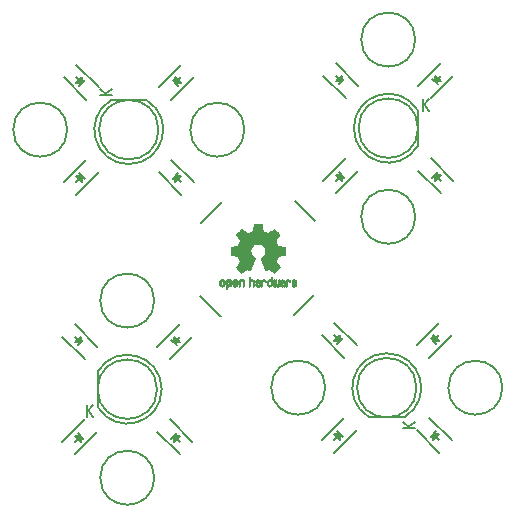
<source format=gto>
G04 #@! TF.FileFunction,Legend,Top*
%FSLAX46Y46*%
G04 Gerber Fmt 4.6, Leading zero omitted, Abs format (unit mm)*
G04 Created by KiCad (PCBNEW 4.0.3-stable) date Sun Sep  4 14:24:28 2016*
%MOMM*%
%LPD*%
G01*
G04 APERTURE LIST*
%ADD10C,0.100000*%
%ADD11C,0.200000*%
%ADD12C,0.150000*%
%ADD13C,0.010000*%
G04 APERTURE END LIST*
D10*
D11*
X48577500Y-54102000D02*
X48641000Y-54102000D01*
X46863000Y-52387500D02*
X48577500Y-54102000D01*
X54800500Y-53975000D02*
X56515000Y-52260500D01*
X54927500Y-44323000D02*
X56642000Y-46037500D01*
X46990000Y-46164500D02*
X48704500Y-44450000D01*
D12*
X65087500Y-30663500D02*
G75*
G03X65087500Y-30663500I-2286000J0D01*
G01*
X65087500Y-45663500D02*
G75*
G03X65087500Y-45663500I-2286000J0D01*
G01*
X60263201Y-34564541D02*
X58354013Y-32655352D01*
X59202541Y-35625201D02*
X57293352Y-33716013D01*
X58778277Y-33928145D02*
X58601500Y-34104921D01*
X58601500Y-34104921D02*
X58813632Y-34104921D01*
X58601500Y-34458475D02*
X59096475Y-33963500D01*
X58601500Y-33963500D02*
X58354013Y-33716013D01*
X58848987Y-34210987D02*
X58354013Y-34210987D01*
X58354013Y-34210987D02*
X58848987Y-33716013D01*
X58848987Y-33716013D02*
X58848987Y-34210987D01*
X59202541Y-40701799D02*
X57293352Y-42610987D01*
X60263201Y-41762459D02*
X58354013Y-43671648D01*
X58566145Y-42186723D02*
X58742921Y-42363500D01*
X58742921Y-42363500D02*
X58742921Y-42151368D01*
X59096475Y-42363500D02*
X58601500Y-41868525D01*
X58601500Y-42363500D02*
X58354013Y-42610987D01*
X58848987Y-42116013D02*
X58848987Y-42610987D01*
X58848987Y-42610987D02*
X58354013Y-42116013D01*
X58354013Y-42116013D02*
X58848987Y-42116013D01*
X65339799Y-41762459D02*
X67248987Y-43671648D01*
X66400459Y-40701799D02*
X68309648Y-42610987D01*
X66824723Y-42398855D02*
X67001500Y-42222079D01*
X67001500Y-42222079D02*
X66789368Y-42222079D01*
X67001500Y-41868525D02*
X66506525Y-42363500D01*
X67001500Y-42363500D02*
X67248987Y-42610987D01*
X66754013Y-42116013D02*
X67248987Y-42116013D01*
X67248987Y-42116013D02*
X66754013Y-42610987D01*
X66754013Y-42610987D02*
X66754013Y-42116013D01*
X66400459Y-35625201D02*
X68309648Y-33716013D01*
X65339799Y-34564541D02*
X67248987Y-32655352D01*
X67036855Y-34140277D02*
X66860079Y-33963500D01*
X66860079Y-33963500D02*
X66860079Y-34175632D01*
X66506525Y-33963500D02*
X67001500Y-34458475D01*
X67001500Y-33963500D02*
X67248987Y-33716013D01*
X66754013Y-34210987D02*
X66754013Y-33716013D01*
X66754013Y-33716013D02*
X67248987Y-34210987D01*
X67248987Y-34210987D02*
X66754013Y-34210987D01*
X65286388Y-36638596D02*
G75*
G03X65301500Y-39663500I-2484888J-1524904D01*
G01*
X65301500Y-36663500D02*
X65301500Y-39663500D01*
X65319436Y-38163500D02*
G75*
G03X65319436Y-38163500I-2517936J0D01*
G01*
X39305596Y-35805612D02*
G75*
G03X42330500Y-35790500I1524904J-2484888D01*
G01*
X39330500Y-35790500D02*
X42330500Y-35790500D01*
X43348436Y-38290500D02*
G75*
G03X43348436Y-38290500I-2517936J0D01*
G01*
X38292201Y-34691541D02*
X36383013Y-32782352D01*
X37231541Y-35752201D02*
X35322352Y-33843013D01*
X36807277Y-34055145D02*
X36630500Y-34231921D01*
X36630500Y-34231921D02*
X36842632Y-34231921D01*
X36630500Y-34585475D02*
X37125475Y-34090500D01*
X36630500Y-34090500D02*
X36383013Y-33843013D01*
X36877987Y-34337987D02*
X36383013Y-34337987D01*
X36383013Y-34337987D02*
X36877987Y-33843013D01*
X36877987Y-33843013D02*
X36877987Y-34337987D01*
X44429459Y-35752201D02*
X46338648Y-33843013D01*
X43368799Y-34691541D02*
X45277987Y-32782352D01*
X45065855Y-34267277D02*
X44889079Y-34090500D01*
X44889079Y-34090500D02*
X44889079Y-34302632D01*
X44535525Y-34090500D02*
X45030500Y-34585475D01*
X45030500Y-34090500D02*
X45277987Y-33843013D01*
X44783013Y-34337987D02*
X44783013Y-33843013D01*
X44783013Y-33843013D02*
X45277987Y-34337987D01*
X45277987Y-34337987D02*
X44783013Y-34337987D01*
X43368799Y-41889459D02*
X45277987Y-43798648D01*
X44429459Y-40828799D02*
X46338648Y-42737987D01*
X44853723Y-42525855D02*
X45030500Y-42349079D01*
X45030500Y-42349079D02*
X44818368Y-42349079D01*
X45030500Y-41995525D02*
X44535525Y-42490500D01*
X45030500Y-42490500D02*
X45277987Y-42737987D01*
X44783013Y-42243013D02*
X45277987Y-42243013D01*
X45277987Y-42243013D02*
X44783013Y-42737987D01*
X44783013Y-42737987D02*
X44783013Y-42243013D01*
X37231541Y-40828799D02*
X35322352Y-42737987D01*
X38292201Y-41889459D02*
X36383013Y-43798648D01*
X36595145Y-42313723D02*
X36771921Y-42490500D01*
X36771921Y-42490500D02*
X36771921Y-42278368D01*
X37125475Y-42490500D02*
X36630500Y-41995525D01*
X36630500Y-42490500D02*
X36383013Y-42737987D01*
X36877987Y-42243013D02*
X36877987Y-42737987D01*
X36877987Y-42737987D02*
X36383013Y-42243013D01*
X36383013Y-42243013D02*
X36877987Y-42243013D01*
X50616500Y-38290500D02*
G75*
G03X50616500Y-38290500I-2286000J0D01*
G01*
X35616500Y-38290500D02*
G75*
G03X35616500Y-38290500I-2286000J0D01*
G01*
X72460500Y-60134500D02*
G75*
G03X72460500Y-60134500I-2286000J0D01*
G01*
X57460500Y-60134500D02*
G75*
G03X57460500Y-60134500I-2286000J0D01*
G01*
X66273459Y-57596201D02*
X68182648Y-55687013D01*
X65212799Y-56535541D02*
X67121987Y-54626352D01*
X66909855Y-56111277D02*
X66733079Y-55934500D01*
X66733079Y-55934500D02*
X66733079Y-56146632D01*
X66379525Y-55934500D02*
X66874500Y-56429475D01*
X66874500Y-55934500D02*
X67121987Y-55687013D01*
X66627013Y-56181987D02*
X66627013Y-55687013D01*
X66627013Y-55687013D02*
X67121987Y-56181987D01*
X67121987Y-56181987D02*
X66627013Y-56181987D01*
X60136201Y-56535541D02*
X58227013Y-54626352D01*
X59075541Y-57596201D02*
X57166352Y-55687013D01*
X58651277Y-55899145D02*
X58474500Y-56075921D01*
X58474500Y-56075921D02*
X58686632Y-56075921D01*
X58474500Y-56429475D02*
X58969475Y-55934500D01*
X58474500Y-55934500D02*
X58227013Y-55687013D01*
X58721987Y-56181987D02*
X58227013Y-56181987D01*
X58227013Y-56181987D02*
X58721987Y-55687013D01*
X58721987Y-55687013D02*
X58721987Y-56181987D01*
X59075541Y-62672799D02*
X57166352Y-64581987D01*
X60136201Y-63733459D02*
X58227013Y-65642648D01*
X58439145Y-64157723D02*
X58615921Y-64334500D01*
X58615921Y-64334500D02*
X58615921Y-64122368D01*
X58969475Y-64334500D02*
X58474500Y-63839525D01*
X58474500Y-64334500D02*
X58227013Y-64581987D01*
X58721987Y-64087013D02*
X58721987Y-64581987D01*
X58721987Y-64581987D02*
X58227013Y-64087013D01*
X58227013Y-64087013D02*
X58721987Y-64087013D01*
X65212799Y-63733459D02*
X67121987Y-65642648D01*
X66273459Y-62672799D02*
X68182648Y-64581987D01*
X66697723Y-64369855D02*
X66874500Y-64193079D01*
X66874500Y-64193079D02*
X66662368Y-64193079D01*
X66874500Y-63839525D02*
X66379525Y-64334500D01*
X66874500Y-64334500D02*
X67121987Y-64581987D01*
X66627013Y-64087013D02*
X67121987Y-64087013D01*
X67121987Y-64087013D02*
X66627013Y-64581987D01*
X66627013Y-64581987D02*
X66627013Y-64087013D01*
X64199404Y-62619388D02*
G75*
G03X61174500Y-62634500I-1524904J2484888D01*
G01*
X64174500Y-62634500D02*
X61174500Y-62634500D01*
X65192436Y-60134500D02*
G75*
G03X65192436Y-60134500I-2517936J0D01*
G01*
X38218612Y-61786404D02*
G75*
G03X38203500Y-58761500I2484888J1524904D01*
G01*
X38203500Y-61761500D02*
X38203500Y-58761500D01*
X43221436Y-60261500D02*
G75*
G03X43221436Y-60261500I-2517936J0D01*
G01*
X37104541Y-62799799D02*
X35195352Y-64708987D01*
X38165201Y-63860459D02*
X36256013Y-65769648D01*
X36468145Y-64284723D02*
X36644921Y-64461500D01*
X36644921Y-64461500D02*
X36644921Y-64249368D01*
X36998475Y-64461500D02*
X36503500Y-63966525D01*
X36503500Y-64461500D02*
X36256013Y-64708987D01*
X36750987Y-64214013D02*
X36750987Y-64708987D01*
X36750987Y-64708987D02*
X36256013Y-64214013D01*
X36256013Y-64214013D02*
X36750987Y-64214013D01*
X38165201Y-56662541D02*
X36256013Y-54753352D01*
X37104541Y-57723201D02*
X35195352Y-55814013D01*
X36680277Y-56026145D02*
X36503500Y-56202921D01*
X36503500Y-56202921D02*
X36715632Y-56202921D01*
X36503500Y-56556475D02*
X36998475Y-56061500D01*
X36503500Y-56061500D02*
X36256013Y-55814013D01*
X36750987Y-56308987D02*
X36256013Y-56308987D01*
X36256013Y-56308987D02*
X36750987Y-55814013D01*
X36750987Y-55814013D02*
X36750987Y-56308987D01*
X44302459Y-57723201D02*
X46211648Y-55814013D01*
X43241799Y-56662541D02*
X45150987Y-54753352D01*
X44938855Y-56238277D02*
X44762079Y-56061500D01*
X44762079Y-56061500D02*
X44762079Y-56273632D01*
X44408525Y-56061500D02*
X44903500Y-56556475D01*
X44903500Y-56061500D02*
X45150987Y-55814013D01*
X44656013Y-56308987D02*
X44656013Y-55814013D01*
X44656013Y-55814013D02*
X45150987Y-56308987D01*
X45150987Y-56308987D02*
X44656013Y-56308987D01*
X43241799Y-63860459D02*
X45150987Y-65769648D01*
X44302459Y-62799799D02*
X46211648Y-64708987D01*
X44726723Y-64496855D02*
X44903500Y-64320079D01*
X44903500Y-64320079D02*
X44691368Y-64320079D01*
X44903500Y-63966525D02*
X44408525Y-64461500D01*
X44903500Y-64461500D02*
X45150987Y-64708987D01*
X44656013Y-64214013D02*
X45150987Y-64214013D01*
X45150987Y-64214013D02*
X44656013Y-64708987D01*
X44656013Y-64708987D02*
X44656013Y-64214013D01*
X42989500Y-52761500D02*
G75*
G03X42989500Y-52761500I-2286000J0D01*
G01*
X42989500Y-67761500D02*
G75*
G03X42989500Y-67761500I-2286000J0D01*
G01*
D13*
G36*
X49352244Y-50941918D02*
X49407701Y-50969568D01*
X49456648Y-51020480D01*
X49470129Y-51039338D01*
X49484814Y-51064015D01*
X49494342Y-51090816D01*
X49499793Y-51126587D01*
X49502247Y-51178169D01*
X49502786Y-51246267D01*
X49500352Y-51339588D01*
X49491894Y-51409657D01*
X49475674Y-51461931D01*
X49449954Y-51501869D01*
X49412997Y-51534929D01*
X49410282Y-51536886D01*
X49373860Y-51556908D01*
X49330002Y-51566815D01*
X49274224Y-51569257D01*
X49183548Y-51569257D01*
X49183510Y-51657283D01*
X49182666Y-51706308D01*
X49177524Y-51735065D01*
X49164087Y-51752311D01*
X49138358Y-51766808D01*
X49132179Y-51769769D01*
X49103264Y-51783648D01*
X49080876Y-51792414D01*
X49064229Y-51793171D01*
X49052536Y-51783023D01*
X49045010Y-51759073D01*
X49040866Y-51718426D01*
X49039315Y-51658186D01*
X49039571Y-51575455D01*
X49040849Y-51467339D01*
X49041248Y-51435000D01*
X49042685Y-51323524D01*
X49043972Y-51250603D01*
X49183471Y-51250603D01*
X49184255Y-51312499D01*
X49187740Y-51352997D01*
X49195624Y-51379708D01*
X49209605Y-51400244D01*
X49219097Y-51410260D01*
X49257904Y-51439567D01*
X49292263Y-51441952D01*
X49327716Y-51417750D01*
X49328614Y-51416857D01*
X49343039Y-51398153D01*
X49351813Y-51372732D01*
X49356239Y-51333584D01*
X49357618Y-51273697D01*
X49357643Y-51260430D01*
X49354312Y-51177901D01*
X49343469Y-51120691D01*
X49323840Y-51085766D01*
X49294150Y-51070094D01*
X49276991Y-51068514D01*
X49236266Y-51075926D01*
X49208332Y-51100330D01*
X49191517Y-51144980D01*
X49184150Y-51213130D01*
X49183471Y-51250603D01*
X49043972Y-51250603D01*
X49044208Y-51237245D01*
X49046177Y-51172333D01*
X49048950Y-51124958D01*
X49052888Y-51091290D01*
X49058349Y-51067498D01*
X49065692Y-51049753D01*
X49075277Y-51034224D01*
X49079387Y-51028381D01*
X49133905Y-50973185D01*
X49202836Y-50941890D01*
X49282572Y-50933165D01*
X49352244Y-50941918D01*
X49352244Y-50941918D01*
G37*
X49352244Y-50941918D02*
X49407701Y-50969568D01*
X49456648Y-51020480D01*
X49470129Y-51039338D01*
X49484814Y-51064015D01*
X49494342Y-51090816D01*
X49499793Y-51126587D01*
X49502247Y-51178169D01*
X49502786Y-51246267D01*
X49500352Y-51339588D01*
X49491894Y-51409657D01*
X49475674Y-51461931D01*
X49449954Y-51501869D01*
X49412997Y-51534929D01*
X49410282Y-51536886D01*
X49373860Y-51556908D01*
X49330002Y-51566815D01*
X49274224Y-51569257D01*
X49183548Y-51569257D01*
X49183510Y-51657283D01*
X49182666Y-51706308D01*
X49177524Y-51735065D01*
X49164087Y-51752311D01*
X49138358Y-51766808D01*
X49132179Y-51769769D01*
X49103264Y-51783648D01*
X49080876Y-51792414D01*
X49064229Y-51793171D01*
X49052536Y-51783023D01*
X49045010Y-51759073D01*
X49040866Y-51718426D01*
X49039315Y-51658186D01*
X49039571Y-51575455D01*
X49040849Y-51467339D01*
X49041248Y-51435000D01*
X49042685Y-51323524D01*
X49043972Y-51250603D01*
X49183471Y-51250603D01*
X49184255Y-51312499D01*
X49187740Y-51352997D01*
X49195624Y-51379708D01*
X49209605Y-51400244D01*
X49219097Y-51410260D01*
X49257904Y-51439567D01*
X49292263Y-51441952D01*
X49327716Y-51417750D01*
X49328614Y-51416857D01*
X49343039Y-51398153D01*
X49351813Y-51372732D01*
X49356239Y-51333584D01*
X49357618Y-51273697D01*
X49357643Y-51260430D01*
X49354312Y-51177901D01*
X49343469Y-51120691D01*
X49323840Y-51085766D01*
X49294150Y-51070094D01*
X49276991Y-51068514D01*
X49236266Y-51075926D01*
X49208332Y-51100330D01*
X49191517Y-51144980D01*
X49184150Y-51213130D01*
X49183471Y-51250603D01*
X49043972Y-51250603D01*
X49044208Y-51237245D01*
X49046177Y-51172333D01*
X49048950Y-51124958D01*
X49052888Y-51091290D01*
X49058349Y-51067498D01*
X49065692Y-51049753D01*
X49075277Y-51034224D01*
X49079387Y-51028381D01*
X49133905Y-50973185D01*
X49202836Y-50941890D01*
X49282572Y-50933165D01*
X49352244Y-50941918D01*
G36*
X50468593Y-50949780D02*
X50515172Y-50976723D01*
X50547557Y-51003466D01*
X50571242Y-51031484D01*
X50587559Y-51065748D01*
X50597839Y-51111227D01*
X50603414Y-51172892D01*
X50605616Y-51255711D01*
X50605871Y-51315246D01*
X50605871Y-51534391D01*
X50544186Y-51562044D01*
X50482500Y-51589697D01*
X50475243Y-51349670D01*
X50472244Y-51260028D01*
X50469098Y-51194962D01*
X50465201Y-51150026D01*
X50459947Y-51120770D01*
X50452731Y-51102748D01*
X50442950Y-51091511D01*
X50439812Y-51089079D01*
X50392261Y-51070083D01*
X50344197Y-51077600D01*
X50315586Y-51097543D01*
X50303947Y-51111675D01*
X50295891Y-51130220D01*
X50290771Y-51158334D01*
X50287941Y-51201173D01*
X50286756Y-51263895D01*
X50286557Y-51329261D01*
X50286518Y-51411268D01*
X50285114Y-51469316D01*
X50280414Y-51508465D01*
X50270487Y-51533780D01*
X50253403Y-51550323D01*
X50227232Y-51563156D01*
X50192275Y-51576491D01*
X50154096Y-51591007D01*
X50158641Y-51333389D01*
X50160471Y-51240519D01*
X50162612Y-51171889D01*
X50165681Y-51122711D01*
X50170294Y-51088198D01*
X50177068Y-51063562D01*
X50186619Y-51044016D01*
X50198134Y-51026770D01*
X50253690Y-50971680D01*
X50321480Y-50939822D01*
X50395213Y-50932191D01*
X50468593Y-50949780D01*
X50468593Y-50949780D01*
G37*
X50468593Y-50949780D02*
X50515172Y-50976723D01*
X50547557Y-51003466D01*
X50571242Y-51031484D01*
X50587559Y-51065748D01*
X50597839Y-51111227D01*
X50603414Y-51172892D01*
X50605616Y-51255711D01*
X50605871Y-51315246D01*
X50605871Y-51534391D01*
X50544186Y-51562044D01*
X50482500Y-51589697D01*
X50475243Y-51349670D01*
X50472244Y-51260028D01*
X50469098Y-51194962D01*
X50465201Y-51150026D01*
X50459947Y-51120770D01*
X50452731Y-51102748D01*
X50442950Y-51091511D01*
X50439812Y-51089079D01*
X50392261Y-51070083D01*
X50344197Y-51077600D01*
X50315586Y-51097543D01*
X50303947Y-51111675D01*
X50295891Y-51130220D01*
X50290771Y-51158334D01*
X50287941Y-51201173D01*
X50286756Y-51263895D01*
X50286557Y-51329261D01*
X50286518Y-51411268D01*
X50285114Y-51469316D01*
X50280414Y-51508465D01*
X50270487Y-51533780D01*
X50253403Y-51550323D01*
X50227232Y-51563156D01*
X50192275Y-51576491D01*
X50154096Y-51591007D01*
X50158641Y-51333389D01*
X50160471Y-51240519D01*
X50162612Y-51171889D01*
X50165681Y-51122711D01*
X50170294Y-51088198D01*
X50177068Y-51063562D01*
X50186619Y-51044016D01*
X50198134Y-51026770D01*
X50253690Y-50971680D01*
X50321480Y-50939822D01*
X50395213Y-50932191D01*
X50468593Y-50949780D01*
G36*
X48793615Y-50943962D02*
X48861645Y-50979733D01*
X48911851Y-51037301D01*
X48929685Y-51074312D01*
X48943563Y-51129882D01*
X48950667Y-51200096D01*
X48951340Y-51276727D01*
X48945927Y-51351552D01*
X48934770Y-51416342D01*
X48918214Y-51462873D01*
X48913126Y-51470887D01*
X48852855Y-51530707D01*
X48781269Y-51566535D01*
X48703592Y-51577020D01*
X48625048Y-51560810D01*
X48603189Y-51551092D01*
X48560622Y-51521143D01*
X48523263Y-51481433D01*
X48519732Y-51476397D01*
X48505381Y-51452124D01*
X48495894Y-51426178D01*
X48490290Y-51392022D01*
X48487586Y-51343119D01*
X48486799Y-51272935D01*
X48486786Y-51257200D01*
X48486822Y-51252192D01*
X48631929Y-51252192D01*
X48632773Y-51318430D01*
X48636096Y-51362386D01*
X48643083Y-51390779D01*
X48654916Y-51410325D01*
X48660957Y-51416857D01*
X48695686Y-51441680D01*
X48729403Y-51440548D01*
X48763495Y-51419016D01*
X48783829Y-51396029D01*
X48795871Y-51362478D01*
X48802634Y-51309569D01*
X48803098Y-51303399D01*
X48804252Y-51207513D01*
X48792188Y-51136299D01*
X48767070Y-51090194D01*
X48729060Y-51069635D01*
X48715492Y-51068514D01*
X48679864Y-51074152D01*
X48655494Y-51093686D01*
X48640593Y-51131042D01*
X48633375Y-51190150D01*
X48631929Y-51252192D01*
X48486822Y-51252192D01*
X48487326Y-51182413D01*
X48489596Y-51130159D01*
X48494568Y-51093949D01*
X48503213Y-51067299D01*
X48516505Y-51043722D01*
X48519443Y-51039338D01*
X48568813Y-50980249D01*
X48622609Y-50945947D01*
X48688102Y-50932331D01*
X48710342Y-50931665D01*
X48793615Y-50943962D01*
X48793615Y-50943962D01*
G37*
X48793615Y-50943962D02*
X48861645Y-50979733D01*
X48911851Y-51037301D01*
X48929685Y-51074312D01*
X48943563Y-51129882D01*
X48950667Y-51200096D01*
X48951340Y-51276727D01*
X48945927Y-51351552D01*
X48934770Y-51416342D01*
X48918214Y-51462873D01*
X48913126Y-51470887D01*
X48852855Y-51530707D01*
X48781269Y-51566535D01*
X48703592Y-51577020D01*
X48625048Y-51560810D01*
X48603189Y-51551092D01*
X48560622Y-51521143D01*
X48523263Y-51481433D01*
X48519732Y-51476397D01*
X48505381Y-51452124D01*
X48495894Y-51426178D01*
X48490290Y-51392022D01*
X48487586Y-51343119D01*
X48486799Y-51272935D01*
X48486786Y-51257200D01*
X48486822Y-51252192D01*
X48631929Y-51252192D01*
X48632773Y-51318430D01*
X48636096Y-51362386D01*
X48643083Y-51390779D01*
X48654916Y-51410325D01*
X48660957Y-51416857D01*
X48695686Y-51441680D01*
X48729403Y-51440548D01*
X48763495Y-51419016D01*
X48783829Y-51396029D01*
X48795871Y-51362478D01*
X48802634Y-51309569D01*
X48803098Y-51303399D01*
X48804252Y-51207513D01*
X48792188Y-51136299D01*
X48767070Y-51090194D01*
X48729060Y-51069635D01*
X48715492Y-51068514D01*
X48679864Y-51074152D01*
X48655494Y-51093686D01*
X48640593Y-51131042D01*
X48633375Y-51190150D01*
X48631929Y-51252192D01*
X48486822Y-51252192D01*
X48487326Y-51182413D01*
X48489596Y-51130159D01*
X48494568Y-51093949D01*
X48503213Y-51067299D01*
X48516505Y-51043722D01*
X48519443Y-51039338D01*
X48568813Y-50980249D01*
X48622609Y-50945947D01*
X48688102Y-50932331D01*
X48710342Y-50931665D01*
X48793615Y-50943962D01*
G36*
X49920803Y-50953239D02*
X49978027Y-50991735D01*
X50022249Y-51047335D01*
X50048667Y-51118086D01*
X50054010Y-51170162D01*
X50053403Y-51191893D01*
X50048322Y-51208531D01*
X50034355Y-51223437D01*
X50007089Y-51239973D01*
X49962112Y-51261498D01*
X49895011Y-51291374D01*
X49894671Y-51291524D01*
X49832907Y-51319813D01*
X49782259Y-51344933D01*
X49747904Y-51364179D01*
X49735018Y-51374848D01*
X49735014Y-51374934D01*
X49746372Y-51398166D01*
X49772931Y-51423774D01*
X49803423Y-51442221D01*
X49818870Y-51445886D01*
X49861015Y-51433212D01*
X49897308Y-51401471D01*
X49915017Y-51366572D01*
X49932052Y-51340845D01*
X49965422Y-51311546D01*
X50004649Y-51286235D01*
X50039256Y-51272471D01*
X50046493Y-51271714D01*
X50054639Y-51284160D01*
X50055130Y-51315972D01*
X50049143Y-51358866D01*
X50037857Y-51404558D01*
X50022450Y-51444761D01*
X50021671Y-51446322D01*
X49975304Y-51511062D01*
X49915211Y-51555097D01*
X49846965Y-51576711D01*
X49776138Y-51574185D01*
X49708304Y-51545804D01*
X49705288Y-51543808D01*
X49651927Y-51495448D01*
X49616840Y-51432352D01*
X49597422Y-51349387D01*
X49594816Y-51326078D01*
X49590201Y-51216055D01*
X49595733Y-51164748D01*
X49735014Y-51164748D01*
X49736824Y-51196753D01*
X49746722Y-51206093D01*
X49771398Y-51199105D01*
X49810295Y-51182587D01*
X49853775Y-51161881D01*
X49854856Y-51161333D01*
X49891709Y-51141949D01*
X49906500Y-51129013D01*
X49902853Y-51115451D01*
X49887495Y-51097632D01*
X49848423Y-51071845D01*
X49806346Y-51069950D01*
X49768603Y-51088717D01*
X49742534Y-51124915D01*
X49735014Y-51164748D01*
X49595733Y-51164748D01*
X49599694Y-51128027D01*
X49624050Y-51058212D01*
X49657956Y-51009302D01*
X49719153Y-50959878D01*
X49786563Y-50935359D01*
X49855380Y-50933797D01*
X49920803Y-50953239D01*
X49920803Y-50953239D01*
G37*
X49920803Y-50953239D02*
X49978027Y-50991735D01*
X50022249Y-51047335D01*
X50048667Y-51118086D01*
X50054010Y-51170162D01*
X50053403Y-51191893D01*
X50048322Y-51208531D01*
X50034355Y-51223437D01*
X50007089Y-51239973D01*
X49962112Y-51261498D01*
X49895011Y-51291374D01*
X49894671Y-51291524D01*
X49832907Y-51319813D01*
X49782259Y-51344933D01*
X49747904Y-51364179D01*
X49735018Y-51374848D01*
X49735014Y-51374934D01*
X49746372Y-51398166D01*
X49772931Y-51423774D01*
X49803423Y-51442221D01*
X49818870Y-51445886D01*
X49861015Y-51433212D01*
X49897308Y-51401471D01*
X49915017Y-51366572D01*
X49932052Y-51340845D01*
X49965422Y-51311546D01*
X50004649Y-51286235D01*
X50039256Y-51272471D01*
X50046493Y-51271714D01*
X50054639Y-51284160D01*
X50055130Y-51315972D01*
X50049143Y-51358866D01*
X50037857Y-51404558D01*
X50022450Y-51444761D01*
X50021671Y-51446322D01*
X49975304Y-51511062D01*
X49915211Y-51555097D01*
X49846965Y-51576711D01*
X49776138Y-51574185D01*
X49708304Y-51545804D01*
X49705288Y-51543808D01*
X49651927Y-51495448D01*
X49616840Y-51432352D01*
X49597422Y-51349387D01*
X49594816Y-51326078D01*
X49590201Y-51216055D01*
X49595733Y-51164748D01*
X49735014Y-51164748D01*
X49736824Y-51196753D01*
X49746722Y-51206093D01*
X49771398Y-51199105D01*
X49810295Y-51182587D01*
X49853775Y-51161881D01*
X49854856Y-51161333D01*
X49891709Y-51141949D01*
X49906500Y-51129013D01*
X49902853Y-51115451D01*
X49887495Y-51097632D01*
X49848423Y-51071845D01*
X49806346Y-51069950D01*
X49768603Y-51088717D01*
X49742534Y-51124915D01*
X49735014Y-51164748D01*
X49595733Y-51164748D01*
X49599694Y-51128027D01*
X49624050Y-51058212D01*
X49657956Y-51009302D01*
X49719153Y-50959878D01*
X49786563Y-50935359D01*
X49855380Y-50933797D01*
X49920803Y-50953239D01*
G36*
X51128386Y-50873289D02*
X51132639Y-50932613D01*
X51137525Y-50967572D01*
X51144295Y-50982820D01*
X51154202Y-50983015D01*
X51157414Y-50981195D01*
X51200144Y-50968015D01*
X51255727Y-50968785D01*
X51312237Y-50982333D01*
X51347582Y-50999861D01*
X51383821Y-51027861D01*
X51410313Y-51059549D01*
X51428499Y-51099813D01*
X51439822Y-51153543D01*
X51445722Y-51225626D01*
X51447643Y-51320951D01*
X51447677Y-51339237D01*
X51447700Y-51544646D01*
X51401991Y-51560580D01*
X51369527Y-51571420D01*
X51351715Y-51576468D01*
X51351191Y-51576514D01*
X51349437Y-51562828D01*
X51347944Y-51525076D01*
X51346826Y-51468224D01*
X51346197Y-51397234D01*
X51346100Y-51354073D01*
X51345898Y-51268973D01*
X51344858Y-51207981D01*
X51342331Y-51166177D01*
X51337664Y-51138642D01*
X51330207Y-51120456D01*
X51319311Y-51106698D01*
X51312507Y-51100073D01*
X51265772Y-51073375D01*
X51214772Y-51071375D01*
X51168501Y-51093955D01*
X51159944Y-51102107D01*
X51147393Y-51117436D01*
X51138688Y-51135618D01*
X51133131Y-51161909D01*
X51130026Y-51201562D01*
X51128676Y-51259832D01*
X51128386Y-51340173D01*
X51128386Y-51544646D01*
X51082677Y-51560580D01*
X51050213Y-51571420D01*
X51032401Y-51576468D01*
X51031877Y-51576514D01*
X51030537Y-51562623D01*
X51029328Y-51523439D01*
X51028301Y-51462700D01*
X51027502Y-51384141D01*
X51026981Y-51291498D01*
X51026786Y-51188509D01*
X51026786Y-50791342D01*
X51073957Y-50771444D01*
X51121129Y-50751547D01*
X51128386Y-50873289D01*
X51128386Y-50873289D01*
G37*
X51128386Y-50873289D02*
X51132639Y-50932613D01*
X51137525Y-50967572D01*
X51144295Y-50982820D01*
X51154202Y-50983015D01*
X51157414Y-50981195D01*
X51200144Y-50968015D01*
X51255727Y-50968785D01*
X51312237Y-50982333D01*
X51347582Y-50999861D01*
X51383821Y-51027861D01*
X51410313Y-51059549D01*
X51428499Y-51099813D01*
X51439822Y-51153543D01*
X51445722Y-51225626D01*
X51447643Y-51320951D01*
X51447677Y-51339237D01*
X51447700Y-51544646D01*
X51401991Y-51560580D01*
X51369527Y-51571420D01*
X51351715Y-51576468D01*
X51351191Y-51576514D01*
X51349437Y-51562828D01*
X51347944Y-51525076D01*
X51346826Y-51468224D01*
X51346197Y-51397234D01*
X51346100Y-51354073D01*
X51345898Y-51268973D01*
X51344858Y-51207981D01*
X51342331Y-51166177D01*
X51337664Y-51138642D01*
X51330207Y-51120456D01*
X51319311Y-51106698D01*
X51312507Y-51100073D01*
X51265772Y-51073375D01*
X51214772Y-51071375D01*
X51168501Y-51093955D01*
X51159944Y-51102107D01*
X51147393Y-51117436D01*
X51138688Y-51135618D01*
X51133131Y-51161909D01*
X51130026Y-51201562D01*
X51128676Y-51259832D01*
X51128386Y-51340173D01*
X51128386Y-51544646D01*
X51082677Y-51560580D01*
X51050213Y-51571420D01*
X51032401Y-51576468D01*
X51031877Y-51576514D01*
X51030537Y-51562623D01*
X51029328Y-51523439D01*
X51028301Y-51462700D01*
X51027502Y-51384141D01*
X51026981Y-51291498D01*
X51026786Y-51188509D01*
X51026786Y-50791342D01*
X51073957Y-50771444D01*
X51121129Y-50751547D01*
X51128386Y-50873289D01*
G36*
X51792244Y-50972968D02*
X51849116Y-50994087D01*
X51849767Y-50994493D01*
X51884940Y-51020380D01*
X51910907Y-51050633D01*
X51929170Y-51090058D01*
X51941232Y-51143462D01*
X51948596Y-51215651D01*
X51952764Y-51311432D01*
X51953129Y-51325078D01*
X51958376Y-51530842D01*
X51914216Y-51553678D01*
X51882263Y-51569110D01*
X51862970Y-51576423D01*
X51862078Y-51576514D01*
X51858739Y-51563022D01*
X51856087Y-51526626D01*
X51854456Y-51473452D01*
X51854100Y-51430393D01*
X51854092Y-51360641D01*
X51850903Y-51316837D01*
X51839788Y-51295944D01*
X51816001Y-51294925D01*
X51774796Y-51310741D01*
X51712586Y-51339815D01*
X51666841Y-51363963D01*
X51643313Y-51384913D01*
X51636396Y-51407747D01*
X51636386Y-51408877D01*
X51647799Y-51448212D01*
X51681592Y-51469462D01*
X51733309Y-51472539D01*
X51770561Y-51472006D01*
X51790203Y-51482735D01*
X51802452Y-51508505D01*
X51809502Y-51541337D01*
X51799342Y-51559966D01*
X51795517Y-51562632D01*
X51759501Y-51573340D01*
X51709066Y-51574856D01*
X51657126Y-51567759D01*
X51620322Y-51554788D01*
X51569438Y-51511585D01*
X51540514Y-51451446D01*
X51534786Y-51404462D01*
X51539157Y-51362082D01*
X51554975Y-51327488D01*
X51586297Y-51296763D01*
X51637178Y-51265990D01*
X51711676Y-51231252D01*
X51716214Y-51229288D01*
X51783321Y-51198287D01*
X51824732Y-51172862D01*
X51842481Y-51150014D01*
X51838607Y-51126745D01*
X51815143Y-51100056D01*
X51808127Y-51093914D01*
X51761130Y-51070100D01*
X51712433Y-51071103D01*
X51670022Y-51094451D01*
X51641884Y-51137675D01*
X51639269Y-51146160D01*
X51613808Y-51187308D01*
X51581501Y-51207128D01*
X51534786Y-51226770D01*
X51534786Y-51175950D01*
X51548996Y-51102082D01*
X51591175Y-51034327D01*
X51613124Y-51011661D01*
X51663017Y-50982569D01*
X51726467Y-50969400D01*
X51792244Y-50972968D01*
X51792244Y-50972968D01*
G37*
X51792244Y-50972968D02*
X51849116Y-50994087D01*
X51849767Y-50994493D01*
X51884940Y-51020380D01*
X51910907Y-51050633D01*
X51929170Y-51090058D01*
X51941232Y-51143462D01*
X51948596Y-51215651D01*
X51952764Y-51311432D01*
X51953129Y-51325078D01*
X51958376Y-51530842D01*
X51914216Y-51553678D01*
X51882263Y-51569110D01*
X51862970Y-51576423D01*
X51862078Y-51576514D01*
X51858739Y-51563022D01*
X51856087Y-51526626D01*
X51854456Y-51473452D01*
X51854100Y-51430393D01*
X51854092Y-51360641D01*
X51850903Y-51316837D01*
X51839788Y-51295944D01*
X51816001Y-51294925D01*
X51774796Y-51310741D01*
X51712586Y-51339815D01*
X51666841Y-51363963D01*
X51643313Y-51384913D01*
X51636396Y-51407747D01*
X51636386Y-51408877D01*
X51647799Y-51448212D01*
X51681592Y-51469462D01*
X51733309Y-51472539D01*
X51770561Y-51472006D01*
X51790203Y-51482735D01*
X51802452Y-51508505D01*
X51809502Y-51541337D01*
X51799342Y-51559966D01*
X51795517Y-51562632D01*
X51759501Y-51573340D01*
X51709066Y-51574856D01*
X51657126Y-51567759D01*
X51620322Y-51554788D01*
X51569438Y-51511585D01*
X51540514Y-51451446D01*
X51534786Y-51404462D01*
X51539157Y-51362082D01*
X51554975Y-51327488D01*
X51586297Y-51296763D01*
X51637178Y-51265990D01*
X51711676Y-51231252D01*
X51716214Y-51229288D01*
X51783321Y-51198287D01*
X51824732Y-51172862D01*
X51842481Y-51150014D01*
X51838607Y-51126745D01*
X51815143Y-51100056D01*
X51808127Y-51093914D01*
X51761130Y-51070100D01*
X51712433Y-51071103D01*
X51670022Y-51094451D01*
X51641884Y-51137675D01*
X51639269Y-51146160D01*
X51613808Y-51187308D01*
X51581501Y-51207128D01*
X51534786Y-51226770D01*
X51534786Y-51175950D01*
X51548996Y-51102082D01*
X51591175Y-51034327D01*
X51613124Y-51011661D01*
X51663017Y-50982569D01*
X51726467Y-50969400D01*
X51792244Y-50972968D01*
G36*
X52282426Y-50971755D02*
X52348358Y-50996084D01*
X52401773Y-51039117D01*
X52422664Y-51069409D01*
X52445439Y-51124994D01*
X52444966Y-51165186D01*
X52421062Y-51192217D01*
X52412217Y-51196813D01*
X52374030Y-51211144D01*
X52354528Y-51207472D01*
X52347922Y-51183407D01*
X52347586Y-51170114D01*
X52335492Y-51121210D01*
X52303971Y-51086999D01*
X52260159Y-51070476D01*
X52211195Y-51074634D01*
X52171394Y-51096227D01*
X52157950Y-51108544D01*
X52148421Y-51123487D01*
X52141985Y-51146075D01*
X52137817Y-51181328D01*
X52135097Y-51234266D01*
X52133002Y-51309907D01*
X52132460Y-51333857D01*
X52130481Y-51415790D01*
X52128231Y-51473455D01*
X52124857Y-51511608D01*
X52119506Y-51535004D01*
X52111324Y-51548398D01*
X52099459Y-51556545D01*
X52091862Y-51560144D01*
X52059602Y-51572452D01*
X52040611Y-51576514D01*
X52034336Y-51562948D01*
X52030506Y-51521934D01*
X52029100Y-51452999D01*
X52030098Y-51355669D01*
X52030408Y-51340657D01*
X52032601Y-51251859D01*
X52035193Y-51187019D01*
X52038882Y-51141067D01*
X52044364Y-51108935D01*
X52052335Y-51085553D01*
X52063493Y-51065852D01*
X52069330Y-51057410D01*
X52102796Y-51020057D01*
X52140227Y-50991003D01*
X52144809Y-50988467D01*
X52211926Y-50968443D01*
X52282426Y-50971755D01*
X52282426Y-50971755D01*
G37*
X52282426Y-50971755D02*
X52348358Y-50996084D01*
X52401773Y-51039117D01*
X52422664Y-51069409D01*
X52445439Y-51124994D01*
X52444966Y-51165186D01*
X52421062Y-51192217D01*
X52412217Y-51196813D01*
X52374030Y-51211144D01*
X52354528Y-51207472D01*
X52347922Y-51183407D01*
X52347586Y-51170114D01*
X52335492Y-51121210D01*
X52303971Y-51086999D01*
X52260159Y-51070476D01*
X52211195Y-51074634D01*
X52171394Y-51096227D01*
X52157950Y-51108544D01*
X52148421Y-51123487D01*
X52141985Y-51146075D01*
X52137817Y-51181328D01*
X52135097Y-51234266D01*
X52133002Y-51309907D01*
X52132460Y-51333857D01*
X52130481Y-51415790D01*
X52128231Y-51473455D01*
X52124857Y-51511608D01*
X52119506Y-51535004D01*
X52111324Y-51548398D01*
X52099459Y-51556545D01*
X52091862Y-51560144D01*
X52059602Y-51572452D01*
X52040611Y-51576514D01*
X52034336Y-51562948D01*
X52030506Y-51521934D01*
X52029100Y-51452999D01*
X52030098Y-51355669D01*
X52030408Y-51340657D01*
X52032601Y-51251859D01*
X52035193Y-51187019D01*
X52038882Y-51141067D01*
X52044364Y-51108935D01*
X52052335Y-51085553D01*
X52063493Y-51065852D01*
X52069330Y-51057410D01*
X52102796Y-51020057D01*
X52140227Y-50991003D01*
X52144809Y-50988467D01*
X52211926Y-50968443D01*
X52282426Y-50971755D01*
G36*
X52942617Y-51087358D02*
X52942433Y-51195837D01*
X52941719Y-51279287D01*
X52940175Y-51341704D01*
X52937501Y-51387085D01*
X52933394Y-51419429D01*
X52927555Y-51442733D01*
X52919682Y-51460995D01*
X52913721Y-51471418D01*
X52864355Y-51527945D01*
X52801764Y-51563377D01*
X52732513Y-51576090D01*
X52663168Y-51564463D01*
X52621875Y-51543568D01*
X52578525Y-51507422D01*
X52548981Y-51463276D01*
X52531155Y-51405462D01*
X52522963Y-51328313D01*
X52521802Y-51271714D01*
X52521958Y-51267647D01*
X52623357Y-51267647D01*
X52623976Y-51332550D01*
X52626814Y-51375514D01*
X52633340Y-51403622D01*
X52645023Y-51423953D01*
X52658983Y-51439288D01*
X52705865Y-51468890D01*
X52756201Y-51471419D01*
X52803776Y-51446705D01*
X52807479Y-51443356D01*
X52823283Y-51425935D01*
X52833193Y-51405209D01*
X52838558Y-51374362D01*
X52840728Y-51326577D01*
X52841071Y-51273748D01*
X52840327Y-51207381D01*
X52837248Y-51163106D01*
X52830561Y-51134009D01*
X52818996Y-51113173D01*
X52809513Y-51102107D01*
X52765460Y-51074198D01*
X52714724Y-51070843D01*
X52666296Y-51092159D01*
X52656950Y-51100073D01*
X52641040Y-51117647D01*
X52631110Y-51138587D01*
X52625778Y-51169782D01*
X52623663Y-51218122D01*
X52623357Y-51267647D01*
X52521958Y-51267647D01*
X52525310Y-51180568D01*
X52537226Y-51112086D01*
X52559635Y-51060600D01*
X52594624Y-51020443D01*
X52621875Y-50999861D01*
X52671407Y-50977625D01*
X52728816Y-50967304D01*
X52782182Y-50970067D01*
X52812043Y-50981212D01*
X52823761Y-50984383D01*
X52831537Y-50972557D01*
X52836965Y-50940866D01*
X52841071Y-50892593D01*
X52845567Y-50838829D01*
X52851813Y-50806482D01*
X52863176Y-50787985D01*
X52883028Y-50775770D01*
X52895500Y-50770362D01*
X52942671Y-50750601D01*
X52942617Y-51087358D01*
X52942617Y-51087358D01*
G37*
X52942617Y-51087358D02*
X52942433Y-51195837D01*
X52941719Y-51279287D01*
X52940175Y-51341704D01*
X52937501Y-51387085D01*
X52933394Y-51419429D01*
X52927555Y-51442733D01*
X52919682Y-51460995D01*
X52913721Y-51471418D01*
X52864355Y-51527945D01*
X52801764Y-51563377D01*
X52732513Y-51576090D01*
X52663168Y-51564463D01*
X52621875Y-51543568D01*
X52578525Y-51507422D01*
X52548981Y-51463276D01*
X52531155Y-51405462D01*
X52522963Y-51328313D01*
X52521802Y-51271714D01*
X52521958Y-51267647D01*
X52623357Y-51267647D01*
X52623976Y-51332550D01*
X52626814Y-51375514D01*
X52633340Y-51403622D01*
X52645023Y-51423953D01*
X52658983Y-51439288D01*
X52705865Y-51468890D01*
X52756201Y-51471419D01*
X52803776Y-51446705D01*
X52807479Y-51443356D01*
X52823283Y-51425935D01*
X52833193Y-51405209D01*
X52838558Y-51374362D01*
X52840728Y-51326577D01*
X52841071Y-51273748D01*
X52840327Y-51207381D01*
X52837248Y-51163106D01*
X52830561Y-51134009D01*
X52818996Y-51113173D01*
X52809513Y-51102107D01*
X52765460Y-51074198D01*
X52714724Y-51070843D01*
X52666296Y-51092159D01*
X52656950Y-51100073D01*
X52641040Y-51117647D01*
X52631110Y-51138587D01*
X52625778Y-51169782D01*
X52623663Y-51218122D01*
X52623357Y-51267647D01*
X52521958Y-51267647D01*
X52525310Y-51180568D01*
X52537226Y-51112086D01*
X52559635Y-51060600D01*
X52594624Y-51020443D01*
X52621875Y-50999861D01*
X52671407Y-50977625D01*
X52728816Y-50967304D01*
X52782182Y-50970067D01*
X52812043Y-50981212D01*
X52823761Y-50984383D01*
X52831537Y-50972557D01*
X52836965Y-50940866D01*
X52841071Y-50892593D01*
X52845567Y-50838829D01*
X52851813Y-50806482D01*
X52863176Y-50787985D01*
X52883028Y-50775770D01*
X52895500Y-50770362D01*
X52942671Y-50750601D01*
X52942617Y-51087358D01*
G36*
X53532333Y-50980663D02*
X53534548Y-51018850D01*
X53536284Y-51076886D01*
X53537399Y-51150180D01*
X53537757Y-51227055D01*
X53537757Y-51487196D01*
X53491826Y-51533127D01*
X53460175Y-51561429D01*
X53432390Y-51572893D01*
X53394415Y-51572168D01*
X53379340Y-51570321D01*
X53332226Y-51564948D01*
X53293256Y-51561869D01*
X53283757Y-51561585D01*
X53251733Y-51563445D01*
X53205932Y-51568114D01*
X53188174Y-51570321D01*
X53144557Y-51573735D01*
X53115245Y-51566320D01*
X53086180Y-51543427D01*
X53075688Y-51533127D01*
X53029757Y-51487196D01*
X53029757Y-51000602D01*
X53066726Y-50983758D01*
X53098559Y-50971282D01*
X53117183Y-50966914D01*
X53121958Y-50980718D01*
X53126421Y-51019286D01*
X53130275Y-51078356D01*
X53133222Y-51153663D01*
X53134643Y-51217286D01*
X53138614Y-51467657D01*
X53173259Y-51472556D01*
X53204768Y-51469131D01*
X53220208Y-51458041D01*
X53224523Y-51437308D01*
X53228208Y-51393145D01*
X53230969Y-51331146D01*
X53232512Y-51256909D01*
X53232735Y-51218706D01*
X53232957Y-50998783D01*
X53278666Y-50982849D01*
X53311018Y-50972015D01*
X53328615Y-50966962D01*
X53329123Y-50966914D01*
X53330888Y-50980648D01*
X53332829Y-51018730D01*
X53334782Y-51076482D01*
X53336584Y-51149227D01*
X53337843Y-51217286D01*
X53341814Y-51467657D01*
X53428900Y-51467657D01*
X53432896Y-51239240D01*
X53436892Y-51010822D01*
X53479347Y-50988868D01*
X53510692Y-50973793D01*
X53529244Y-50966951D01*
X53529779Y-50966914D01*
X53532333Y-50980663D01*
X53532333Y-50980663D01*
G37*
X53532333Y-50980663D02*
X53534548Y-51018850D01*
X53536284Y-51076886D01*
X53537399Y-51150180D01*
X53537757Y-51227055D01*
X53537757Y-51487196D01*
X53491826Y-51533127D01*
X53460175Y-51561429D01*
X53432390Y-51572893D01*
X53394415Y-51572168D01*
X53379340Y-51570321D01*
X53332226Y-51564948D01*
X53293256Y-51561869D01*
X53283757Y-51561585D01*
X53251733Y-51563445D01*
X53205932Y-51568114D01*
X53188174Y-51570321D01*
X53144557Y-51573735D01*
X53115245Y-51566320D01*
X53086180Y-51543427D01*
X53075688Y-51533127D01*
X53029757Y-51487196D01*
X53029757Y-51000602D01*
X53066726Y-50983758D01*
X53098559Y-50971282D01*
X53117183Y-50966914D01*
X53121958Y-50980718D01*
X53126421Y-51019286D01*
X53130275Y-51078356D01*
X53133222Y-51153663D01*
X53134643Y-51217286D01*
X53138614Y-51467657D01*
X53173259Y-51472556D01*
X53204768Y-51469131D01*
X53220208Y-51458041D01*
X53224523Y-51437308D01*
X53228208Y-51393145D01*
X53230969Y-51331146D01*
X53232512Y-51256909D01*
X53232735Y-51218706D01*
X53232957Y-50998783D01*
X53278666Y-50982849D01*
X53311018Y-50972015D01*
X53328615Y-50966962D01*
X53329123Y-50966914D01*
X53330888Y-50980648D01*
X53332829Y-51018730D01*
X53334782Y-51076482D01*
X53336584Y-51149227D01*
X53337843Y-51217286D01*
X53341814Y-51467657D01*
X53428900Y-51467657D01*
X53432896Y-51239240D01*
X53436892Y-51010822D01*
X53479347Y-50988868D01*
X53510692Y-50973793D01*
X53529244Y-50966951D01*
X53529779Y-50966914D01*
X53532333Y-50980663D01*
G36*
X53897376Y-50978335D02*
X53939167Y-50997344D01*
X53971969Y-51020378D01*
X53996003Y-51046133D01*
X54012597Y-51079358D01*
X54023077Y-51124800D01*
X54028771Y-51187207D01*
X54031007Y-51271327D01*
X54031243Y-51326721D01*
X54031243Y-51542826D01*
X53994274Y-51559670D01*
X53965156Y-51571981D01*
X53950731Y-51576514D01*
X53947972Y-51563025D01*
X53945782Y-51526653D01*
X53944442Y-51473542D01*
X53944157Y-51431372D01*
X53942934Y-51370447D01*
X53939636Y-51322115D01*
X53934821Y-51292518D01*
X53930996Y-51286229D01*
X53905283Y-51292652D01*
X53864918Y-51309125D01*
X53818179Y-51331458D01*
X53773345Y-51355457D01*
X53738693Y-51376930D01*
X53722502Y-51391685D01*
X53722438Y-51391845D01*
X53723830Y-51419152D01*
X53736318Y-51445219D01*
X53758243Y-51466392D01*
X53790243Y-51473474D01*
X53817592Y-51472649D01*
X53856326Y-51472042D01*
X53876658Y-51481116D01*
X53888869Y-51505092D01*
X53890409Y-51509613D01*
X53895703Y-51543806D01*
X53881547Y-51564568D01*
X53844648Y-51574462D01*
X53804789Y-51576292D01*
X53733062Y-51562727D01*
X53695932Y-51543355D01*
X53650076Y-51497845D01*
X53625756Y-51441983D01*
X53623573Y-51382957D01*
X53644129Y-51327953D01*
X53675049Y-51293486D01*
X53705920Y-51274189D01*
X53754442Y-51249759D01*
X53810985Y-51224985D01*
X53820410Y-51221199D01*
X53882519Y-51193791D01*
X53918322Y-51169634D01*
X53929837Y-51145619D01*
X53919080Y-51118635D01*
X53900614Y-51097543D01*
X53856969Y-51071572D01*
X53808946Y-51069624D01*
X53764906Y-51089637D01*
X53733209Y-51129551D01*
X53729049Y-51139848D01*
X53704827Y-51177724D01*
X53669465Y-51205842D01*
X53624843Y-51228917D01*
X53624843Y-51163485D01*
X53627469Y-51123506D01*
X53638730Y-51091997D01*
X53663699Y-51058378D01*
X53687669Y-51032484D01*
X53724941Y-50995817D01*
X53753901Y-50976121D01*
X53785005Y-50968220D01*
X53820213Y-50966914D01*
X53897376Y-50978335D01*
X53897376Y-50978335D01*
G37*
X53897376Y-50978335D02*
X53939167Y-50997344D01*
X53971969Y-51020378D01*
X53996003Y-51046133D01*
X54012597Y-51079358D01*
X54023077Y-51124800D01*
X54028771Y-51187207D01*
X54031007Y-51271327D01*
X54031243Y-51326721D01*
X54031243Y-51542826D01*
X53994274Y-51559670D01*
X53965156Y-51571981D01*
X53950731Y-51576514D01*
X53947972Y-51563025D01*
X53945782Y-51526653D01*
X53944442Y-51473542D01*
X53944157Y-51431372D01*
X53942934Y-51370447D01*
X53939636Y-51322115D01*
X53934821Y-51292518D01*
X53930996Y-51286229D01*
X53905283Y-51292652D01*
X53864918Y-51309125D01*
X53818179Y-51331458D01*
X53773345Y-51355457D01*
X53738693Y-51376930D01*
X53722502Y-51391685D01*
X53722438Y-51391845D01*
X53723830Y-51419152D01*
X53736318Y-51445219D01*
X53758243Y-51466392D01*
X53790243Y-51473474D01*
X53817592Y-51472649D01*
X53856326Y-51472042D01*
X53876658Y-51481116D01*
X53888869Y-51505092D01*
X53890409Y-51509613D01*
X53895703Y-51543806D01*
X53881547Y-51564568D01*
X53844648Y-51574462D01*
X53804789Y-51576292D01*
X53733062Y-51562727D01*
X53695932Y-51543355D01*
X53650076Y-51497845D01*
X53625756Y-51441983D01*
X53623573Y-51382957D01*
X53644129Y-51327953D01*
X53675049Y-51293486D01*
X53705920Y-51274189D01*
X53754442Y-51249759D01*
X53810985Y-51224985D01*
X53820410Y-51221199D01*
X53882519Y-51193791D01*
X53918322Y-51169634D01*
X53929837Y-51145619D01*
X53919080Y-51118635D01*
X53900614Y-51097543D01*
X53856969Y-51071572D01*
X53808946Y-51069624D01*
X53764906Y-51089637D01*
X53733209Y-51129551D01*
X53729049Y-51139848D01*
X53704827Y-51177724D01*
X53669465Y-51205842D01*
X53624843Y-51228917D01*
X53624843Y-51163485D01*
X53627469Y-51123506D01*
X53638730Y-51091997D01*
X53663699Y-51058378D01*
X53687669Y-51032484D01*
X53724941Y-50995817D01*
X53753901Y-50976121D01*
X53785005Y-50968220D01*
X53820213Y-50966914D01*
X53897376Y-50978335D01*
G36*
X54405100Y-50980752D02*
X54422448Y-50988334D01*
X54463856Y-51021128D01*
X54499265Y-51068547D01*
X54521164Y-51119151D01*
X54524729Y-51144098D01*
X54512779Y-51178927D01*
X54486567Y-51197357D01*
X54458464Y-51208516D01*
X54445595Y-51210572D01*
X54439329Y-51195649D01*
X54426956Y-51163175D01*
X54421528Y-51148502D01*
X54391090Y-51097744D01*
X54347020Y-51072427D01*
X54290510Y-51073206D01*
X54286325Y-51074203D01*
X54256155Y-51088507D01*
X54233976Y-51116393D01*
X54218827Y-51161287D01*
X54209750Y-51226615D01*
X54205786Y-51315804D01*
X54205414Y-51363261D01*
X54205230Y-51438071D01*
X54204022Y-51489069D01*
X54200809Y-51521471D01*
X54194609Y-51540495D01*
X54184440Y-51551356D01*
X54169319Y-51559272D01*
X54168446Y-51559670D01*
X54139328Y-51571981D01*
X54124903Y-51576514D01*
X54122686Y-51562809D01*
X54120789Y-51524925D01*
X54119347Y-51467715D01*
X54118498Y-51396027D01*
X54118329Y-51343565D01*
X54119192Y-51242047D01*
X54122570Y-51165032D01*
X54129642Y-51108023D01*
X54141588Y-51066526D01*
X54159590Y-51036043D01*
X54184827Y-51012080D01*
X54209747Y-50995355D01*
X54269671Y-50973097D01*
X54339411Y-50968076D01*
X54405100Y-50980752D01*
X54405100Y-50980752D01*
G37*
X54405100Y-50980752D02*
X54422448Y-50988334D01*
X54463856Y-51021128D01*
X54499265Y-51068547D01*
X54521164Y-51119151D01*
X54524729Y-51144098D01*
X54512779Y-51178927D01*
X54486567Y-51197357D01*
X54458464Y-51208516D01*
X54445595Y-51210572D01*
X54439329Y-51195649D01*
X54426956Y-51163175D01*
X54421528Y-51148502D01*
X54391090Y-51097744D01*
X54347020Y-51072427D01*
X54290510Y-51073206D01*
X54286325Y-51074203D01*
X54256155Y-51088507D01*
X54233976Y-51116393D01*
X54218827Y-51161287D01*
X54209750Y-51226615D01*
X54205786Y-51315804D01*
X54205414Y-51363261D01*
X54205230Y-51438071D01*
X54204022Y-51489069D01*
X54200809Y-51521471D01*
X54194609Y-51540495D01*
X54184440Y-51551356D01*
X54169319Y-51559272D01*
X54168446Y-51559670D01*
X54139328Y-51571981D01*
X54124903Y-51576514D01*
X54122686Y-51562809D01*
X54120789Y-51524925D01*
X54119347Y-51467715D01*
X54118498Y-51396027D01*
X54118329Y-51343565D01*
X54119192Y-51242047D01*
X54122570Y-51165032D01*
X54129642Y-51108023D01*
X54141588Y-51066526D01*
X54159590Y-51036043D01*
X54184827Y-51012080D01*
X54209747Y-50995355D01*
X54269671Y-50973097D01*
X54339411Y-50968076D01*
X54405100Y-50980752D01*
G36*
X54906095Y-50988966D02*
X54963521Y-51026497D01*
X54991219Y-51060096D01*
X55013162Y-51121064D01*
X55014905Y-51169308D01*
X55010957Y-51233816D01*
X54862186Y-51298934D01*
X54789849Y-51332202D01*
X54742584Y-51358964D01*
X54718007Y-51382144D01*
X54713737Y-51404667D01*
X54727389Y-51429455D01*
X54742443Y-51445886D01*
X54786246Y-51472235D01*
X54833889Y-51474081D01*
X54877645Y-51453546D01*
X54909789Y-51412752D01*
X54915538Y-51398347D01*
X54943076Y-51353356D01*
X54974758Y-51334182D01*
X55018214Y-51317779D01*
X55018214Y-51379966D01*
X55014372Y-51422283D01*
X54999323Y-51457969D01*
X54967780Y-51498943D01*
X54963092Y-51504267D01*
X54928006Y-51540720D01*
X54897847Y-51560283D01*
X54860115Y-51569283D01*
X54828835Y-51572230D01*
X54772885Y-51572965D01*
X54733055Y-51563660D01*
X54708208Y-51549846D01*
X54669156Y-51519467D01*
X54642125Y-51486613D01*
X54625017Y-51445294D01*
X54615738Y-51389521D01*
X54612193Y-51313305D01*
X54611910Y-51274622D01*
X54612872Y-51228247D01*
X54700507Y-51228247D01*
X54701523Y-51253126D01*
X54704056Y-51257200D01*
X54720774Y-51251665D01*
X54756749Y-51237017D01*
X54804831Y-51216190D01*
X54814886Y-51211714D01*
X54875652Y-51180814D01*
X54909132Y-51153657D01*
X54916490Y-51128220D01*
X54898891Y-51102481D01*
X54884356Y-51091109D01*
X54831910Y-51068364D01*
X54782822Y-51072122D01*
X54741727Y-51099884D01*
X54713258Y-51149152D01*
X54704131Y-51188257D01*
X54700507Y-51228247D01*
X54612872Y-51228247D01*
X54613785Y-51184249D01*
X54620696Y-51117384D01*
X54634384Y-51068695D01*
X54656596Y-51032849D01*
X54689074Y-51004513D01*
X54703233Y-50995355D01*
X54767553Y-50971507D01*
X54837973Y-50970006D01*
X54906095Y-50988966D01*
X54906095Y-50988966D01*
G37*
X54906095Y-50988966D02*
X54963521Y-51026497D01*
X54991219Y-51060096D01*
X55013162Y-51121064D01*
X55014905Y-51169308D01*
X55010957Y-51233816D01*
X54862186Y-51298934D01*
X54789849Y-51332202D01*
X54742584Y-51358964D01*
X54718007Y-51382144D01*
X54713737Y-51404667D01*
X54727389Y-51429455D01*
X54742443Y-51445886D01*
X54786246Y-51472235D01*
X54833889Y-51474081D01*
X54877645Y-51453546D01*
X54909789Y-51412752D01*
X54915538Y-51398347D01*
X54943076Y-51353356D01*
X54974758Y-51334182D01*
X55018214Y-51317779D01*
X55018214Y-51379966D01*
X55014372Y-51422283D01*
X54999323Y-51457969D01*
X54967780Y-51498943D01*
X54963092Y-51504267D01*
X54928006Y-51540720D01*
X54897847Y-51560283D01*
X54860115Y-51569283D01*
X54828835Y-51572230D01*
X54772885Y-51572965D01*
X54733055Y-51563660D01*
X54708208Y-51549846D01*
X54669156Y-51519467D01*
X54642125Y-51486613D01*
X54625017Y-51445294D01*
X54615738Y-51389521D01*
X54612193Y-51313305D01*
X54611910Y-51274622D01*
X54612872Y-51228247D01*
X54700507Y-51228247D01*
X54701523Y-51253126D01*
X54704056Y-51257200D01*
X54720774Y-51251665D01*
X54756749Y-51237017D01*
X54804831Y-51216190D01*
X54814886Y-51211714D01*
X54875652Y-51180814D01*
X54909132Y-51153657D01*
X54916490Y-51128220D01*
X54898891Y-51102481D01*
X54884356Y-51091109D01*
X54831910Y-51068364D01*
X54782822Y-51072122D01*
X54741727Y-51099884D01*
X54713258Y-51149152D01*
X54704131Y-51188257D01*
X54700507Y-51228247D01*
X54612872Y-51228247D01*
X54613785Y-51184249D01*
X54620696Y-51117384D01*
X54634384Y-51068695D01*
X54656596Y-51032849D01*
X54689074Y-51004513D01*
X54703233Y-50995355D01*
X54767553Y-50971507D01*
X54837973Y-50970006D01*
X54906095Y-50988966D01*
G36*
X51856410Y-46264348D02*
X51934954Y-46264778D01*
X51991798Y-46265942D01*
X52030605Y-46268207D01*
X52055038Y-46271940D01*
X52068762Y-46277506D01*
X52075440Y-46285273D01*
X52078736Y-46295605D01*
X52079056Y-46296943D01*
X52084062Y-46321079D01*
X52093329Y-46368701D01*
X52105892Y-46434741D01*
X52120787Y-46514128D01*
X52137051Y-46601796D01*
X52137619Y-46604875D01*
X52153910Y-46690789D01*
X52169152Y-46766696D01*
X52182361Y-46828045D01*
X52192554Y-46870282D01*
X52198748Y-46888855D01*
X52199043Y-46889184D01*
X52217288Y-46898253D01*
X52254905Y-46913367D01*
X52303771Y-46931262D01*
X52304043Y-46931358D01*
X52365593Y-46954493D01*
X52438157Y-46983965D01*
X52506557Y-47013597D01*
X52509794Y-47015062D01*
X52621202Y-47065626D01*
X52867899Y-46897160D01*
X52943577Y-46845803D01*
X53012131Y-46799889D01*
X53069588Y-46762030D01*
X53111976Y-46734837D01*
X53135325Y-46720921D01*
X53137542Y-46719889D01*
X53154510Y-46724484D01*
X53186201Y-46746655D01*
X53233852Y-46787447D01*
X53298698Y-46847905D01*
X53364897Y-46912227D01*
X53428714Y-46975612D01*
X53485829Y-47033451D01*
X53532805Y-47082175D01*
X53566203Y-47118210D01*
X53582585Y-47137984D01*
X53583194Y-47139002D01*
X53585005Y-47152572D01*
X53578183Y-47174733D01*
X53561040Y-47208478D01*
X53531893Y-47256800D01*
X53489055Y-47322692D01*
X53431948Y-47407517D01*
X53381266Y-47482177D01*
X53335961Y-47549140D01*
X53298650Y-47604516D01*
X53271952Y-47644420D01*
X53258485Y-47664962D01*
X53257637Y-47666356D01*
X53259281Y-47686038D01*
X53271745Y-47724293D01*
X53292548Y-47773889D01*
X53299962Y-47789728D01*
X53332314Y-47860290D01*
X53366828Y-47940353D01*
X53394865Y-48009629D01*
X53415068Y-48061045D01*
X53431115Y-48100119D01*
X53440388Y-48120541D01*
X53441541Y-48122114D01*
X53458596Y-48124721D01*
X53498798Y-48131863D01*
X53556802Y-48142523D01*
X53627263Y-48155685D01*
X53704835Y-48170333D01*
X53784172Y-48185449D01*
X53859931Y-48200018D01*
X53926764Y-48213022D01*
X53979328Y-48223445D01*
X54012276Y-48230270D01*
X54020357Y-48232199D01*
X54028705Y-48236962D01*
X54035006Y-48247718D01*
X54039545Y-48268098D01*
X54042604Y-48301734D01*
X54044467Y-48352255D01*
X54045418Y-48423292D01*
X54045740Y-48518476D01*
X54045757Y-48557492D01*
X54045757Y-48874799D01*
X53969557Y-48889839D01*
X53927163Y-48897995D01*
X53863900Y-48909899D01*
X53787462Y-48924116D01*
X53705543Y-48939210D01*
X53682900Y-48943355D01*
X53607306Y-48958053D01*
X53541453Y-48972505D01*
X53490866Y-48985375D01*
X53461074Y-48995322D01*
X53456112Y-48998287D01*
X53443926Y-49019283D01*
X53426453Y-49059967D01*
X53407077Y-49112322D01*
X53403234Y-49123600D01*
X53377839Y-49193523D01*
X53346317Y-49272418D01*
X53315469Y-49343266D01*
X53315317Y-49343595D01*
X53263947Y-49454733D01*
X53432899Y-49703253D01*
X53601852Y-49951772D01*
X53384929Y-50169058D01*
X53319319Y-50233726D01*
X53259479Y-50290733D01*
X53208767Y-50337033D01*
X53170546Y-50369584D01*
X53148175Y-50385343D01*
X53144966Y-50386343D01*
X53126126Y-50378469D01*
X53087680Y-50356578D01*
X53033830Y-50323267D01*
X52968776Y-50281131D01*
X52898440Y-50233943D01*
X52827055Y-50185810D01*
X52763408Y-50143928D01*
X52711541Y-50110871D01*
X52675495Y-50089218D01*
X52659367Y-50081543D01*
X52639689Y-50088037D01*
X52602375Y-50105150D01*
X52555121Y-50129326D01*
X52550112Y-50132013D01*
X52486477Y-50163927D01*
X52442841Y-50179579D01*
X52415702Y-50179745D01*
X52401557Y-50165204D01*
X52401475Y-50165000D01*
X52394405Y-50147779D01*
X52377542Y-50106899D01*
X52352195Y-50045525D01*
X52319671Y-49966819D01*
X52281278Y-49873947D01*
X52238322Y-49770072D01*
X52196722Y-49669502D01*
X52151004Y-49558516D01*
X52109026Y-49455703D01*
X52072048Y-49364215D01*
X52041327Y-49287201D01*
X52018122Y-49227815D01*
X52003690Y-49189209D01*
X51999243Y-49174800D01*
X52010396Y-49158272D01*
X52039569Y-49131930D01*
X52078471Y-49102887D01*
X52189257Y-49011039D01*
X52275851Y-48905759D01*
X52337216Y-48789266D01*
X52372315Y-48663776D01*
X52380108Y-48531507D01*
X52374443Y-48470457D01*
X52343578Y-48343795D01*
X52290420Y-48231941D01*
X52218267Y-48136001D01*
X52130417Y-48057076D01*
X52030165Y-47996270D01*
X51920810Y-47954687D01*
X51805647Y-47933428D01*
X51687975Y-47933599D01*
X51571090Y-47956301D01*
X51458289Y-48002638D01*
X51352869Y-48073713D01*
X51308868Y-48113911D01*
X51224479Y-48217129D01*
X51165722Y-48329925D01*
X51132204Y-48449010D01*
X51123535Y-48571095D01*
X51139323Y-48692893D01*
X51179178Y-48811116D01*
X51242707Y-48922475D01*
X51329521Y-49023684D01*
X51426529Y-49102887D01*
X51466937Y-49133162D01*
X51495482Y-49159219D01*
X51505757Y-49174825D01*
X51500377Y-49191843D01*
X51485075Y-49232500D01*
X51461112Y-49293642D01*
X51429744Y-49372119D01*
X51392232Y-49464780D01*
X51349833Y-49568472D01*
X51308163Y-49669526D01*
X51262190Y-49780607D01*
X51219607Y-49883541D01*
X51181721Y-49975165D01*
X51149840Y-50052316D01*
X51125271Y-50111831D01*
X51109320Y-50150544D01*
X51103410Y-50165000D01*
X51089448Y-50179685D01*
X51062440Y-50179642D01*
X51018913Y-50164099D01*
X50955390Y-50132284D01*
X50954888Y-50132013D01*
X50907060Y-50107323D01*
X50868397Y-50089338D01*
X50846595Y-50081614D01*
X50845633Y-50081543D01*
X50829221Y-50089378D01*
X50792987Y-50111165D01*
X50740974Y-50144328D01*
X50677225Y-50186291D01*
X50606560Y-50233943D01*
X50534616Y-50282191D01*
X50469774Y-50324151D01*
X50416235Y-50357227D01*
X50378197Y-50378821D01*
X50360033Y-50386343D01*
X50343308Y-50376457D01*
X50309680Y-50348826D01*
X50262510Y-50306495D01*
X50205158Y-50252505D01*
X50140984Y-50189899D01*
X50119997Y-50168983D01*
X49902999Y-49951623D01*
X50068168Y-49709220D01*
X50118364Y-49634781D01*
X50162419Y-49567972D01*
X50197862Y-49512665D01*
X50222219Y-49472729D01*
X50233022Y-49452036D01*
X50233338Y-49450563D01*
X50227643Y-49431058D01*
X50212326Y-49391822D01*
X50190037Y-49339430D01*
X50174393Y-49304355D01*
X50145141Y-49237201D01*
X50117594Y-49169358D01*
X50096237Y-49112034D01*
X50090435Y-49094572D01*
X50073952Y-49047938D01*
X50057840Y-49011905D01*
X50048990Y-48998287D01*
X50029460Y-48989952D01*
X49986834Y-48978137D01*
X49926645Y-48964181D01*
X49854422Y-48949422D01*
X49822100Y-48943355D01*
X49740022Y-48928273D01*
X49661295Y-48913669D01*
X49593609Y-48900980D01*
X49544660Y-48891642D01*
X49535443Y-48889839D01*
X49459243Y-48874799D01*
X49459243Y-48557492D01*
X49459414Y-48453154D01*
X49460116Y-48374213D01*
X49461634Y-48317038D01*
X49464249Y-48277999D01*
X49468246Y-48253465D01*
X49473909Y-48239805D01*
X49481520Y-48233389D01*
X49484643Y-48232199D01*
X49503478Y-48227980D01*
X49545088Y-48219562D01*
X49604130Y-48207961D01*
X49675257Y-48194195D01*
X49753125Y-48179280D01*
X49832387Y-48164232D01*
X49907698Y-48150069D01*
X49973713Y-48137806D01*
X50025087Y-48128461D01*
X50056475Y-48123050D01*
X50063459Y-48122114D01*
X50069785Y-48109596D01*
X50083790Y-48076246D01*
X50102855Y-48028377D01*
X50110134Y-48009629D01*
X50139496Y-47937195D01*
X50174071Y-47857170D01*
X50205037Y-47789728D01*
X50227823Y-47738159D01*
X50242982Y-47695785D01*
X50248042Y-47669834D01*
X50247236Y-47666356D01*
X50236541Y-47649936D01*
X50212120Y-47613417D01*
X50176595Y-47560687D01*
X50132587Y-47495635D01*
X50082717Y-47422151D01*
X50072856Y-47407645D01*
X50014992Y-47321704D01*
X49972456Y-47256261D01*
X49943554Y-47208304D01*
X49926590Y-47174820D01*
X49919867Y-47152795D01*
X49921690Y-47139217D01*
X49921736Y-47139131D01*
X49936086Y-47121297D01*
X49967823Y-47086817D01*
X50013510Y-47039268D01*
X50069704Y-46982222D01*
X50132968Y-46919255D01*
X50140102Y-46912227D01*
X50219830Y-46835020D01*
X50281357Y-46778330D01*
X50325921Y-46741110D01*
X50354757Y-46722315D01*
X50367458Y-46719889D01*
X50385994Y-46730471D01*
X50424461Y-46754916D01*
X50478886Y-46790612D01*
X50545298Y-46834947D01*
X50619725Y-46885311D01*
X50637101Y-46897160D01*
X50883797Y-47065626D01*
X50995206Y-47015062D01*
X51062957Y-46985595D01*
X51135683Y-46955959D01*
X51198203Y-46932330D01*
X51200957Y-46931358D01*
X51249860Y-46913457D01*
X51287557Y-46898320D01*
X51305925Y-46889210D01*
X51305956Y-46889184D01*
X51311785Y-46872717D01*
X51321692Y-46832219D01*
X51334695Y-46772242D01*
X51349809Y-46697340D01*
X51366052Y-46612064D01*
X51367381Y-46604875D01*
X51383675Y-46517014D01*
X51398633Y-46437260D01*
X51411291Y-46370681D01*
X51420686Y-46322347D01*
X51425854Y-46297325D01*
X51425944Y-46296943D01*
X51429089Y-46286299D01*
X51435204Y-46278262D01*
X51447953Y-46272467D01*
X51471000Y-46268547D01*
X51508009Y-46266135D01*
X51562644Y-46264865D01*
X51638567Y-46264371D01*
X51739444Y-46264286D01*
X51752500Y-46264286D01*
X51856410Y-46264348D01*
X51856410Y-46264348D01*
G37*
X51856410Y-46264348D02*
X51934954Y-46264778D01*
X51991798Y-46265942D01*
X52030605Y-46268207D01*
X52055038Y-46271940D01*
X52068762Y-46277506D01*
X52075440Y-46285273D01*
X52078736Y-46295605D01*
X52079056Y-46296943D01*
X52084062Y-46321079D01*
X52093329Y-46368701D01*
X52105892Y-46434741D01*
X52120787Y-46514128D01*
X52137051Y-46601796D01*
X52137619Y-46604875D01*
X52153910Y-46690789D01*
X52169152Y-46766696D01*
X52182361Y-46828045D01*
X52192554Y-46870282D01*
X52198748Y-46888855D01*
X52199043Y-46889184D01*
X52217288Y-46898253D01*
X52254905Y-46913367D01*
X52303771Y-46931262D01*
X52304043Y-46931358D01*
X52365593Y-46954493D01*
X52438157Y-46983965D01*
X52506557Y-47013597D01*
X52509794Y-47015062D01*
X52621202Y-47065626D01*
X52867899Y-46897160D01*
X52943577Y-46845803D01*
X53012131Y-46799889D01*
X53069588Y-46762030D01*
X53111976Y-46734837D01*
X53135325Y-46720921D01*
X53137542Y-46719889D01*
X53154510Y-46724484D01*
X53186201Y-46746655D01*
X53233852Y-46787447D01*
X53298698Y-46847905D01*
X53364897Y-46912227D01*
X53428714Y-46975612D01*
X53485829Y-47033451D01*
X53532805Y-47082175D01*
X53566203Y-47118210D01*
X53582585Y-47137984D01*
X53583194Y-47139002D01*
X53585005Y-47152572D01*
X53578183Y-47174733D01*
X53561040Y-47208478D01*
X53531893Y-47256800D01*
X53489055Y-47322692D01*
X53431948Y-47407517D01*
X53381266Y-47482177D01*
X53335961Y-47549140D01*
X53298650Y-47604516D01*
X53271952Y-47644420D01*
X53258485Y-47664962D01*
X53257637Y-47666356D01*
X53259281Y-47686038D01*
X53271745Y-47724293D01*
X53292548Y-47773889D01*
X53299962Y-47789728D01*
X53332314Y-47860290D01*
X53366828Y-47940353D01*
X53394865Y-48009629D01*
X53415068Y-48061045D01*
X53431115Y-48100119D01*
X53440388Y-48120541D01*
X53441541Y-48122114D01*
X53458596Y-48124721D01*
X53498798Y-48131863D01*
X53556802Y-48142523D01*
X53627263Y-48155685D01*
X53704835Y-48170333D01*
X53784172Y-48185449D01*
X53859931Y-48200018D01*
X53926764Y-48213022D01*
X53979328Y-48223445D01*
X54012276Y-48230270D01*
X54020357Y-48232199D01*
X54028705Y-48236962D01*
X54035006Y-48247718D01*
X54039545Y-48268098D01*
X54042604Y-48301734D01*
X54044467Y-48352255D01*
X54045418Y-48423292D01*
X54045740Y-48518476D01*
X54045757Y-48557492D01*
X54045757Y-48874799D01*
X53969557Y-48889839D01*
X53927163Y-48897995D01*
X53863900Y-48909899D01*
X53787462Y-48924116D01*
X53705543Y-48939210D01*
X53682900Y-48943355D01*
X53607306Y-48958053D01*
X53541453Y-48972505D01*
X53490866Y-48985375D01*
X53461074Y-48995322D01*
X53456112Y-48998287D01*
X53443926Y-49019283D01*
X53426453Y-49059967D01*
X53407077Y-49112322D01*
X53403234Y-49123600D01*
X53377839Y-49193523D01*
X53346317Y-49272418D01*
X53315469Y-49343266D01*
X53315317Y-49343595D01*
X53263947Y-49454733D01*
X53432899Y-49703253D01*
X53601852Y-49951772D01*
X53384929Y-50169058D01*
X53319319Y-50233726D01*
X53259479Y-50290733D01*
X53208767Y-50337033D01*
X53170546Y-50369584D01*
X53148175Y-50385343D01*
X53144966Y-50386343D01*
X53126126Y-50378469D01*
X53087680Y-50356578D01*
X53033830Y-50323267D01*
X52968776Y-50281131D01*
X52898440Y-50233943D01*
X52827055Y-50185810D01*
X52763408Y-50143928D01*
X52711541Y-50110871D01*
X52675495Y-50089218D01*
X52659367Y-50081543D01*
X52639689Y-50088037D01*
X52602375Y-50105150D01*
X52555121Y-50129326D01*
X52550112Y-50132013D01*
X52486477Y-50163927D01*
X52442841Y-50179579D01*
X52415702Y-50179745D01*
X52401557Y-50165204D01*
X52401475Y-50165000D01*
X52394405Y-50147779D01*
X52377542Y-50106899D01*
X52352195Y-50045525D01*
X52319671Y-49966819D01*
X52281278Y-49873947D01*
X52238322Y-49770072D01*
X52196722Y-49669502D01*
X52151004Y-49558516D01*
X52109026Y-49455703D01*
X52072048Y-49364215D01*
X52041327Y-49287201D01*
X52018122Y-49227815D01*
X52003690Y-49189209D01*
X51999243Y-49174800D01*
X52010396Y-49158272D01*
X52039569Y-49131930D01*
X52078471Y-49102887D01*
X52189257Y-49011039D01*
X52275851Y-48905759D01*
X52337216Y-48789266D01*
X52372315Y-48663776D01*
X52380108Y-48531507D01*
X52374443Y-48470457D01*
X52343578Y-48343795D01*
X52290420Y-48231941D01*
X52218267Y-48136001D01*
X52130417Y-48057076D01*
X52030165Y-47996270D01*
X51920810Y-47954687D01*
X51805647Y-47933428D01*
X51687975Y-47933599D01*
X51571090Y-47956301D01*
X51458289Y-48002638D01*
X51352869Y-48073713D01*
X51308868Y-48113911D01*
X51224479Y-48217129D01*
X51165722Y-48329925D01*
X51132204Y-48449010D01*
X51123535Y-48571095D01*
X51139323Y-48692893D01*
X51179178Y-48811116D01*
X51242707Y-48922475D01*
X51329521Y-49023684D01*
X51426529Y-49102887D01*
X51466937Y-49133162D01*
X51495482Y-49159219D01*
X51505757Y-49174825D01*
X51500377Y-49191843D01*
X51485075Y-49232500D01*
X51461112Y-49293642D01*
X51429744Y-49372119D01*
X51392232Y-49464780D01*
X51349833Y-49568472D01*
X51308163Y-49669526D01*
X51262190Y-49780607D01*
X51219607Y-49883541D01*
X51181721Y-49975165D01*
X51149840Y-50052316D01*
X51125271Y-50111831D01*
X51109320Y-50150544D01*
X51103410Y-50165000D01*
X51089448Y-50179685D01*
X51062440Y-50179642D01*
X51018913Y-50164099D01*
X50955390Y-50132284D01*
X50954888Y-50132013D01*
X50907060Y-50107323D01*
X50868397Y-50089338D01*
X50846595Y-50081614D01*
X50845633Y-50081543D01*
X50829221Y-50089378D01*
X50792987Y-50111165D01*
X50740974Y-50144328D01*
X50677225Y-50186291D01*
X50606560Y-50233943D01*
X50534616Y-50282191D01*
X50469774Y-50324151D01*
X50416235Y-50357227D01*
X50378197Y-50378821D01*
X50360033Y-50386343D01*
X50343308Y-50376457D01*
X50309680Y-50348826D01*
X50262510Y-50306495D01*
X50205158Y-50252505D01*
X50140984Y-50189899D01*
X50119997Y-50168983D01*
X49902999Y-49951623D01*
X50068168Y-49709220D01*
X50118364Y-49634781D01*
X50162419Y-49567972D01*
X50197862Y-49512665D01*
X50222219Y-49472729D01*
X50233022Y-49452036D01*
X50233338Y-49450563D01*
X50227643Y-49431058D01*
X50212326Y-49391822D01*
X50190037Y-49339430D01*
X50174393Y-49304355D01*
X50145141Y-49237201D01*
X50117594Y-49169358D01*
X50096237Y-49112034D01*
X50090435Y-49094572D01*
X50073952Y-49047938D01*
X50057840Y-49011905D01*
X50048990Y-48998287D01*
X50029460Y-48989952D01*
X49986834Y-48978137D01*
X49926645Y-48964181D01*
X49854422Y-48949422D01*
X49822100Y-48943355D01*
X49740022Y-48928273D01*
X49661295Y-48913669D01*
X49593609Y-48900980D01*
X49544660Y-48891642D01*
X49535443Y-48889839D01*
X49459243Y-48874799D01*
X49459243Y-48557492D01*
X49459414Y-48453154D01*
X49460116Y-48374213D01*
X49461634Y-48317038D01*
X49464249Y-48277999D01*
X49468246Y-48253465D01*
X49473909Y-48239805D01*
X49481520Y-48233389D01*
X49484643Y-48232199D01*
X49503478Y-48227980D01*
X49545088Y-48219562D01*
X49604130Y-48207961D01*
X49675257Y-48194195D01*
X49753125Y-48179280D01*
X49832387Y-48164232D01*
X49907698Y-48150069D01*
X49973713Y-48137806D01*
X50025087Y-48128461D01*
X50056475Y-48123050D01*
X50063459Y-48122114D01*
X50069785Y-48109596D01*
X50083790Y-48076246D01*
X50102855Y-48028377D01*
X50110134Y-48009629D01*
X50139496Y-47937195D01*
X50174071Y-47857170D01*
X50205037Y-47789728D01*
X50227823Y-47738159D01*
X50242982Y-47695785D01*
X50248042Y-47669834D01*
X50247236Y-47666356D01*
X50236541Y-47649936D01*
X50212120Y-47613417D01*
X50176595Y-47560687D01*
X50132587Y-47495635D01*
X50082717Y-47422151D01*
X50072856Y-47407645D01*
X50014992Y-47321704D01*
X49972456Y-47256261D01*
X49943554Y-47208304D01*
X49926590Y-47174820D01*
X49919867Y-47152795D01*
X49921690Y-47139217D01*
X49921736Y-47139131D01*
X49936086Y-47121297D01*
X49967823Y-47086817D01*
X50013510Y-47039268D01*
X50069704Y-46982222D01*
X50132968Y-46919255D01*
X50140102Y-46912227D01*
X50219830Y-46835020D01*
X50281357Y-46778330D01*
X50325921Y-46741110D01*
X50354757Y-46722315D01*
X50367458Y-46719889D01*
X50385994Y-46730471D01*
X50424461Y-46754916D01*
X50478886Y-46790612D01*
X50545298Y-46834947D01*
X50619725Y-46885311D01*
X50637101Y-46897160D01*
X50883797Y-47065626D01*
X50995206Y-47015062D01*
X51062957Y-46985595D01*
X51135683Y-46955959D01*
X51198203Y-46932330D01*
X51200957Y-46931358D01*
X51249860Y-46913457D01*
X51287557Y-46898320D01*
X51305925Y-46889210D01*
X51305956Y-46889184D01*
X51311785Y-46872717D01*
X51321692Y-46832219D01*
X51334695Y-46772242D01*
X51349809Y-46697340D01*
X51366052Y-46612064D01*
X51367381Y-46604875D01*
X51383675Y-46517014D01*
X51398633Y-46437260D01*
X51411291Y-46370681D01*
X51420686Y-46322347D01*
X51425854Y-46297325D01*
X51425944Y-46296943D01*
X51429089Y-46286299D01*
X51435204Y-46278262D01*
X51447953Y-46272467D01*
X51471000Y-46268547D01*
X51508009Y-46266135D01*
X51562644Y-46264865D01*
X51638567Y-46264371D01*
X51739444Y-46264286D01*
X51752500Y-46264286D01*
X51856410Y-46264348D01*
D12*
X65714595Y-36710881D02*
X65714595Y-35710881D01*
X66286024Y-36710881D02*
X65857452Y-36139452D01*
X66286024Y-35710881D02*
X65714595Y-36282310D01*
X39377881Y-35377405D02*
X38377881Y-35377405D01*
X39377881Y-34805976D02*
X38806452Y-35234548D01*
X38377881Y-34805976D02*
X38949310Y-35377405D01*
X65031881Y-63571405D02*
X64031881Y-63571405D01*
X65031881Y-62999976D02*
X64460452Y-63428548D01*
X64031881Y-62999976D02*
X64603310Y-63571405D01*
X37266595Y-62618881D02*
X37266595Y-61618881D01*
X37838024Y-62618881D02*
X37409452Y-62047452D01*
X37838024Y-61618881D02*
X37266595Y-62190310D01*
M02*

</source>
